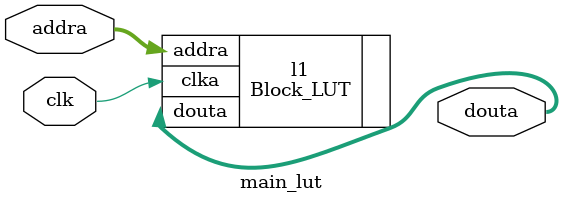
<source format=v>
`timescale 1ns / 1ps


module main_lut(
    input clk,
    input [7:0]addra,
    output [7:0]douta
    );
    
Block_LUT l1(
    .clka(clk),
    .addra(addra),
    .douta(douta)
);

endmodule

</source>
